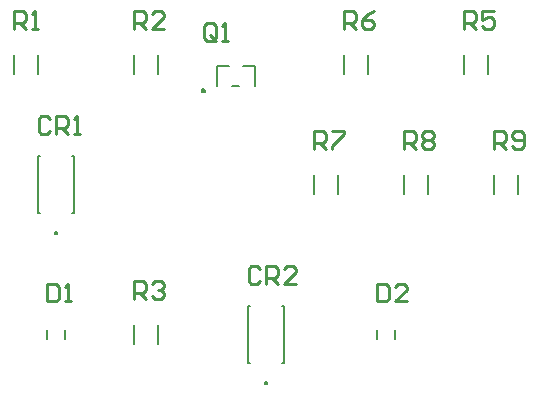
<source format=gbr>
%FSTAX23Y23*%
%MOIN*%
%SFA1B1*%

%IPPOS*%
%ADD15C,0.010000*%
%ADD18C,0.006000*%
%ADD19C,0.007874*%
%LNbattery_3.7_pcb_legend_top-1*%
%LPD*%
G54D15*
X06261Y02119D02*
Y02178D01*
X0629*
X063Y02168*
Y02148*
X0629Y02138*
X06261*
X0628D02*
X063Y02119D01*
X0632Y02128D02*
X0633Y02119D01*
X0635*
X0636Y02128*
Y02168*
X0635Y02178*
X0633*
X0632Y02168*
Y02158*
X0633Y02148*
X0636*
X05961Y02119D02*
Y02178D01*
X0599*
X06Y02168*
Y02148*
X0599Y02138*
X05961*
X0598D02*
X06Y02119D01*
X0602Y02168D02*
X0603Y02178D01*
X0605*
X0606Y02168*
Y02158*
X0605Y02148*
X0606Y02138*
Y02128*
X0605Y02119*
X0603*
X0602Y02128*
Y02138*
X0603Y02148*
X0602Y02158*
Y02168*
X0603Y02148D02*
X0605D01*
X05661Y02119D02*
Y02178D01*
X0569*
X057Y02168*
Y02148*
X0569Y02138*
X05661*
X0568D02*
X057Y02119D01*
X0572Y02178D02*
X0576D01*
Y02168*
X0572Y02128*
Y02119*
X05761Y02519D02*
Y02578D01*
X0579*
X058Y02568*
Y02548*
X0579Y02538*
X05761*
X0578D02*
X058Y02519D01*
X0586Y02578D02*
X0584Y02568D01*
X0582Y02548*
Y02528*
X0583Y02519*
X0585*
X0586Y02528*
Y02538*
X0585Y02548*
X0582*
X06161Y02519D02*
Y02578D01*
X0619*
X062Y02568*
Y02548*
X0619Y02538*
X06161*
X0618D02*
X062Y02519D01*
X0626Y02578D02*
X0622D01*
Y02548*
X0624Y02558*
X0625*
X0626Y02548*
Y02528*
X0625Y02519*
X0623*
X0622Y02528*
X05061Y01619D02*
Y01678D01*
X0509*
X051Y01668*
Y01648*
X0509Y01638*
X05061*
X0508D02*
X051Y01619D01*
X0512Y01668D02*
X0513Y01678D01*
X0515*
X0516Y01668*
Y01658*
X0515Y01648*
X0514*
X0515*
X0516Y01638*
Y01628*
X0515Y01619*
X0513*
X0512Y01628*
X05061Y02519D02*
Y02578D01*
X0509*
X051Y02568*
Y02548*
X0509Y02538*
X05061*
X0508D02*
X051Y02519D01*
X0516D02*
X0512D01*
X0516Y02558*
Y02568*
X0515Y02578*
X0513*
X0512Y02568*
X04661Y02519D02*
Y02578D01*
X0469*
X047Y02568*
Y02548*
X0469Y02538*
X04661*
X0468D02*
X047Y02519D01*
X0472D02*
X0474D01*
X0473*
Y02578*
X0472Y02568*
X05332Y02489D02*
Y02529D01*
X05322Y02539*
X05302*
X05293Y02529*
Y02489*
X05302Y0248*
X05322*
X05312Y02499D02*
X05332Y0248D01*
X05322D02*
X05332Y02489D01*
X05352Y0248D02*
X05372D01*
X05362*
Y02539*
X05352Y02529*
X05871Y0167D02*
Y01611D01*
X059*
X0591Y0162*
Y0166*
X059Y0167*
X05871*
X0597Y01611D02*
X0593D01*
X0597Y0165*
Y0166*
X0596Y0167*
X0594*
X0593Y0166*
X04771Y0167D02*
Y01611D01*
X048*
X0481Y0162*
Y0166*
X048Y0167*
X04771*
X0483Y01611D02*
X0485D01*
X0484*
Y0167*
X0483Y0166*
X05481Y01718D02*
X05471Y01728D01*
X05451*
X05442Y01718*
Y01678*
X05451Y01669*
X05471*
X05481Y01678*
X05501Y01669D02*
Y01728D01*
X05531*
X05541Y01718*
Y01698*
X05531Y01688*
X05501*
X05521D02*
X05541Y01669D01*
X05601D02*
X05561D01*
X05601Y01708*
Y01718*
X05591Y01728*
X05571*
X05561Y01718*
X04781Y02218D02*
X04771Y02228D01*
X04751*
X04742Y02218*
Y02178*
X04751Y02169*
X04771*
X04781Y02178*
X04801Y02169D02*
Y02228D01*
X04831*
X04841Y02218*
Y02198*
X04831Y02188*
X04801*
X04821D02*
X04841Y02169D01*
X04861D02*
X04881D01*
X04871*
Y02228*
X04861Y02218*
G54D18*
X05296Y02313D02*
D01*
X05295Y02313*
X05295Y02313*
X05295Y02314*
X05295Y02314*
X05295Y02314*
X05295Y02315*
X05295Y02315*
X05295Y02315*
X05295Y02315*
X05294Y02316*
X05294Y02316*
X05294Y02316*
X05294Y02316*
X05293Y02317*
X05293Y02317*
X05293Y02317*
X05292Y02317*
X05292Y02317*
X05292Y02317*
X05291Y02317*
X05291Y02317*
X05291Y02317*
X0529*
X0529Y02317*
X0529Y02317*
X05289Y02317*
X05289Y02317*
X05289Y02317*
X05288Y02317*
X05288Y02317*
X05288Y02317*
X05287Y02316*
X05287Y02316*
X05287Y02316*
X05287Y02316*
X05286Y02315*
X05286Y02315*
X05286Y02315*
X05286Y02315*
X05286Y02314*
X05286Y02314*
X05286Y02314*
X05286Y02313*
X05286Y02313*
X05286Y02313*
X05286Y02312*
X05286Y02312*
X05286Y02311*
X05286Y02311*
X05286Y02311*
X05286Y0231*
X05286Y0231*
X05286Y0231*
X05286Y0231*
X05287Y02309*
X05287Y02309*
X05287Y02309*
X05287Y02309*
X05288Y02308*
X05288Y02308*
X05288Y02308*
X05289Y02308*
X05289Y02308*
X05289Y02308*
X0529Y02308*
X0529Y02308*
X0529Y02308*
X05291*
X05291Y02308*
X05291Y02308*
X05292Y02308*
X05292Y02308*
X05292Y02308*
X05293Y02308*
X05293Y02308*
X05293Y02308*
X05294Y02309*
X05294Y02309*
X05294Y02309*
X05294Y02309*
X05295Y0231*
X05295Y0231*
X05295Y0231*
X05295Y0231*
X05295Y02311*
X05295Y02311*
X05295Y02311*
X05295Y02312*
X05295Y02312*
X05296Y02313*
X04803Y01839D02*
D01*
X04802Y01839*
X04802Y01839*
X04802Y01839*
X04802Y01839*
X04802Y0184*
X04802Y0184*
X04802Y0184*
X04802Y0184*
X04802Y0184*
X04802Y0184*
X04802Y01841*
X04802Y01841*
X04801Y01841*
X04801Y01841*
X04801Y01841*
X04801Y01841*
X04801Y01841*
X048Y01841*
X048Y01841*
X048Y01841*
X048Y01841*
X048Y01841*
X04799*
X04799Y01841*
X04799Y01841*
X04799Y01841*
X04799Y01841*
X04798Y01841*
X04798Y01841*
X04798Y01841*
X04798Y01841*
X04798Y01841*
X04797Y01841*
X04797Y01841*
X04797Y0184*
X04797Y0184*
X04797Y0184*
X04797Y0184*
X04797Y0184*
X04797Y0184*
X04797Y01839*
X04797Y01839*
X04797Y01839*
X04797Y01839*
X04797Y01839*
X04797Y01838*
X04797Y01838*
X04797Y01838*
X04797Y01838*
X04797Y01837*
X04797Y01837*
X04797Y01837*
X04797Y01837*
X04797Y01837*
X04797Y01837*
X04797Y01836*
X04797Y01836*
X04798Y01836*
X04798Y01836*
X04798Y01836*
X04798Y01836*
X04798Y01836*
X04799Y01836*
X04799Y01836*
X04799Y01836*
X04799Y01836*
X04799Y01836*
X048*
X048Y01836*
X048Y01836*
X048Y01836*
X048Y01836*
X04801Y01836*
X04801Y01836*
X04801Y01836*
X04801Y01836*
X04801Y01836*
X04802Y01836*
X04802Y01836*
X04802Y01837*
X04802Y01837*
X04802Y01837*
X04802Y01837*
X04802Y01837*
X04802Y01837*
X04802Y01838*
X04802Y01838*
X04802Y01838*
X04802Y01838*
X04803Y01839*
X05503Y01339D02*
D01*
X05502Y01339*
X05502Y01339*
X05502Y01339*
X05502Y01339*
X05502Y0134*
X05502Y0134*
X05502Y0134*
X05502Y0134*
X05502Y0134*
X05502Y0134*
X05502Y01341*
X05502Y01341*
X05501Y01341*
X05501Y01341*
X05501Y01341*
X05501Y01341*
X05501Y01341*
X055Y01341*
X055Y01341*
X055Y01341*
X055Y01341*
X055Y01341*
X05499*
X05499Y01341*
X05499Y01341*
X05499Y01341*
X05499Y01341*
X05498Y01341*
X05498Y01341*
X05498Y01341*
X05498Y01341*
X05498Y01341*
X05497Y01341*
X05497Y01341*
X05497Y0134*
X05497Y0134*
X05497Y0134*
X05497Y0134*
X05497Y0134*
X05497Y0134*
X05497Y01339*
X05497Y01339*
X05497Y01339*
X05497Y01339*
X05497Y01339*
X05497Y01338*
X05497Y01338*
X05497Y01338*
X05497Y01338*
X05497Y01337*
X05497Y01337*
X05497Y01337*
X05497Y01337*
X05497Y01337*
X05497Y01337*
X05497Y01336*
X05497Y01336*
X05498Y01336*
X05498Y01336*
X05498Y01336*
X05498Y01336*
X05498Y01336*
X05499Y01336*
X05499Y01336*
X05499Y01336*
X05499Y01336*
X05499Y01336*
X055*
X055Y01336*
X055Y01336*
X055Y01336*
X055Y01336*
X05501Y01336*
X05501Y01336*
X05501Y01336*
X05501Y01336*
X05501Y01336*
X05502Y01336*
X05502Y01336*
X05502Y01337*
X05502Y01337*
X05502Y01337*
X05502Y01337*
X05502Y01337*
X05502Y01337*
X05502Y01338*
X05502Y01338*
X05502Y01338*
X05502Y01338*
X05503Y01339*
X0466Y02368D02*
Y02431D01*
X04739Y02368D02*
Y02431D01*
X05336Y02329D02*
Y02394D01*
X05424D02*
X05464D01*
Y02329D02*
Y02394D01*
X05388Y02329D02*
X05411D01*
X05336Y02394D02*
X05375D01*
X04739Y02094D02*
X04746D01*
X0486Y01906D02*
Y02094D01*
X04853D02*
X0486D01*
X04739Y01906D02*
Y02094D01*
Y01906D02*
X04746D01*
X04853D02*
X0486D01*
X0506Y02368D02*
Y02431D01*
X05139Y02368D02*
Y02431D01*
X0616Y02368D02*
Y02431D01*
X06239Y02368D02*
Y02431D01*
X0576Y02368D02*
Y02431D01*
X05839Y02368D02*
Y02431D01*
X0626Y01968D02*
Y02031D01*
X06339Y01968D02*
Y02031D01*
X0596Y01968D02*
Y02031D01*
X06039Y01968D02*
Y02031D01*
X0566Y01968D02*
Y02031D01*
X05739Y01968D02*
Y02031D01*
X05439Y01594D02*
X05446D01*
X0556Y01406D02*
Y01594D01*
X05553D02*
X0556D01*
X05439Y01406D02*
Y01594D01*
Y01406D02*
X05446D01*
X05553D02*
X0556D01*
X0506Y01468D02*
Y01531D01*
X05139Y01468D02*
Y01531D01*
G54D19*
X04829Y01484D02*
Y01515D01*
X0477Y01484D02*
Y01515D01*
X05929Y01484D02*
Y01515D01*
X0587Y01484D02*
Y01515D01*
M02*
</source>
